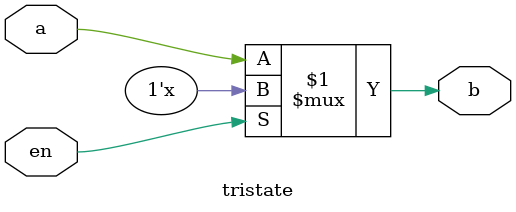
<source format=v>
module ReadDecoder_4_16(
input [3:0] RegId, 
output [15:0] Wordline);

dc4to16 dcR(.RegId(RegId), .en(1), .Wordline(Wordline));
endmodule


module WriteDecoder_4_16(
input [3:0] RegId, 
input WriteReg, 
output [15:0] Wordline);

dc4to16 dcW(.RegId(RegId), .en(WriteReg), .Wordline(Wordline));
endmodule

//each BitCell instantiates 1 D flip-flop
module BitCell( 
input clk,  
input rst, 
input D, 
input WriteEnable, 
input ReadEnable1, 
input ReadEnable2, 
inout Bitline1, 
inout Bitline2);
wire dout;

dff d(.q(dout), .d(D), .wen(WriteEnable), .clk(clk), .rst(rst));
tristate t1(.a(dout), .en(ReadEnable1), .b(Bitline1));
tristate t2(.a(dout), .en(ReadEnable2), .b(Bitline2));
endmodule

//each Register instanstiates 16 BitCells
module Register( 
input clk,  
input rst, 
input [15:0] D, 
input WriteReg, 
input ReadEnable1, 
input ReadEnable2, 
inout [15:0] Bitline1, 
inout [15:0] Bitline2);

BitCell B15(.clk(clk), .rst(rst), .D(D[15]), .WriteEnable(WriteReg), .ReadEnable1(ReadEnable1), .ReadEnable2(ReadEnable2), .Bitline1(Bitline1[15]), .Bitline2(Bitline2[15]));
BitCell B14(.clk(clk), .rst(rst), .D(D[14]), .WriteEnable(WriteReg), .ReadEnable1(ReadEnable1), .ReadEnable2(ReadEnable2), .Bitline1(Bitline1[14]), .Bitline2(Bitline2[14]));
BitCell B13(.clk(clk), .rst(rst), .D(D[13]), .WriteEnable(WriteReg), .ReadEnable1(ReadEnable1), .ReadEnable2(ReadEnable2), .Bitline1(Bitline1[13]), .Bitline2(Bitline2[13]));
BitCell B12(.clk(clk), .rst(rst), .D(D[12]), .WriteEnable(WriteReg), .ReadEnable1(ReadEnable1), .ReadEnable2(ReadEnable2), .Bitline1(Bitline1[12]), .Bitline2(Bitline2[12]));
BitCell B11(.clk(clk), .rst(rst), .D(D[11]), .WriteEnable(WriteReg), .ReadEnable1(ReadEnable1), .ReadEnable2(ReadEnable2), .Bitline1(Bitline1[11]), .Bitline2(Bitline2[11]));
BitCell B10(.clk(clk), .rst(rst), .D(D[10]), .WriteEnable(WriteReg), .ReadEnable1(ReadEnable1), .ReadEnable2(ReadEnable2), .Bitline1(Bitline1[10]), .Bitline2(Bitline2[10]));
BitCell B9(.clk(clk), .rst(rst), .D(D[9]), .WriteEnable(WriteReg), .ReadEnable1(ReadEnable1), .ReadEnable2(ReadEnable2), .Bitline1(Bitline1[9]), .Bitline2(Bitline2[9]));
BitCell B8(.clk(clk), .rst(rst), .D(D[8]), .WriteEnable(WriteReg), .ReadEnable1(ReadEnable1), .ReadEnable2(ReadEnable2), .Bitline1(Bitline1[8]), .Bitline2(Bitline2[8]));
BitCell B7(.clk(clk), .rst(rst), .D(D[7]), .WriteEnable(WriteReg), .ReadEnable1(ReadEnable1), .ReadEnable2(ReadEnable2), .Bitline1(Bitline1[7]), .Bitline2(Bitline2[7]));
BitCell B6(.clk(clk), .rst(rst), .D(D[6]), .WriteEnable(WriteReg), .ReadEnable1(ReadEnable1), .ReadEnable2(ReadEnable2), .Bitline1(Bitline1[6]), .Bitline2(Bitline2[6]));
BitCell B5(.clk(clk), .rst(rst), .D(D[5]), .WriteEnable(WriteReg), .ReadEnable1(ReadEnable1), .ReadEnable2(ReadEnable2), .Bitline1(Bitline1[5]), .Bitline2(Bitline2[5]));
BitCell B4(.clk(clk), .rst(rst), .D(D[4]), .WriteEnable(WriteReg), .ReadEnable1(ReadEnable1), .ReadEnable2(ReadEnable2), .Bitline1(Bitline1[4]), .Bitline2(Bitline2[4]));
BitCell B3(.clk(clk), .rst(rst), .D(D[3]), .WriteEnable(WriteReg), .ReadEnable1(ReadEnable1), .ReadEnable2(ReadEnable2), .Bitline1(Bitline1[3]), .Bitline2(Bitline2[3]));
BitCell B2(.clk(clk), .rst(rst), .D(D[2]), .WriteEnable(WriteReg), .ReadEnable1(ReadEnable1), .ReadEnable2(ReadEnable2), .Bitline1(Bitline1[2]), .Bitline2(Bitline2[2]));
BitCell B1(.clk(clk), .rst(rst), .D(D[1]), .WriteEnable(WriteReg), .ReadEnable1(ReadEnable1), .ReadEnable2(ReadEnable2), .Bitline1(Bitline1[1]), .Bitline2(Bitline2[1]));
BitCell B0(.clk(clk), .rst(rst), .D(D[0]), .WriteEnable(WriteReg), .ReadEnable1(ReadEnable1), .ReadEnable2(ReadEnable2), .Bitline1(Bitline1[0]), .Bitline2(Bitline2[0]));
endmodule

//RegisterFile instantiates 16 Registers
module RegisterFile(
input clk, 
input rst, 
input [3:0] SrcReg1, 
input [3:0] SrcReg2, 
input [3:0] DstReg, 
input WriteReg, 
input [15:0] DstData, 
inout [15:0] SrcData1, 
inout [15:0] SrcData2);

wire [15:0] SrcReg1RD1, SrcReg2RD2, DstRegWD1, bitline1, bitline2;

assign SrcData1 = ((DstReg == SrcReg1) & WriteReg) ? DstData : bitline1;
assign SrcData2 = ((DstReg == SrcReg2) & WriteReg) ? DstData : bitline2;

ReadDecoder_4_16 RD1(.RegId(SrcReg1), .Wordline(SrcReg1RD1));
ReadDecoder_4_16 RD2(.RegId(SrcReg2), .Wordline(SrcReg2RD2));
WriteDecoder_4_16 WD1(.RegId(DstReg), .WriteReg(WriteReg), .Wordline(DstRegWD1));

Register R15(.clk(clk), .rst(rst), .D(DstData), .WriteReg(DstRegWD1[15]), .ReadEnable1(SrcReg1RD1[15]), .ReadEnable2(SrcReg2RD2[15]), .Bitline1(bitline1), .Bitline2(bitline2));
Register R14(.clk(clk), .rst(rst), .D(DstData), .WriteReg(DstRegWD1[14]), .ReadEnable1(SrcReg1RD1[14]), .ReadEnable2(SrcReg2RD2[14]), .Bitline1(bitline1), .Bitline2(bitline2));
Register R13(.clk(clk), .rst(rst), .D(DstData), .WriteReg(DstRegWD1[13]), .ReadEnable1(SrcReg1RD1[13]), .ReadEnable2(SrcReg2RD2[13]), .Bitline1(bitline1), .Bitline2(bitline2));
Register R12(.clk(clk), .rst(rst), .D(DstData), .WriteReg(DstRegWD1[12]), .ReadEnable1(SrcReg1RD1[12]), .ReadEnable2(SrcReg2RD2[12]), .Bitline1(bitline1), .Bitline2(bitline2));
Register R11(.clk(clk), .rst(rst), .D(DstData), .WriteReg(DstRegWD1[11]), .ReadEnable1(SrcReg1RD1[11]), .ReadEnable2(SrcReg2RD2[11]), .Bitline1(bitline1), .Bitline2(bitline2));
Register R10(.clk(clk), .rst(rst), .D(DstData), .WriteReg(DstRegWD1[10]), .ReadEnable1(SrcReg1RD1[10]), .ReadEnable2(SrcReg2RD2[10]), .Bitline1(bitline1), .Bitline2(bitline2));
Register R9(.clk(clk), .rst(rst), .D(DstData), .WriteReg(DstRegWD1[9]), .ReadEnable1(SrcReg1RD1[9]), .ReadEnable2(SrcReg2RD2[9]), .Bitline1(bitline1), .Bitline2(bitline2));
Register R8(.clk(clk), .rst(rst), .D(DstData), .WriteReg(DstRegWD1[8]), .ReadEnable1(SrcReg1RD1[8]), .ReadEnable2(SrcReg2RD2[8]), .Bitline1(bitline1), .Bitline2(bitline2));
Register R7(.clk(clk), .rst(rst), .D(DstData), .WriteReg(DstRegWD1[7]), .ReadEnable1(SrcReg1RD1[7]), .ReadEnable2(SrcReg2RD2[7]), .Bitline1(bitline1), .Bitline2(bitline2));
Register R6(.clk(clk), .rst(rst), .D(DstData), .WriteReg(DstRegWD1[6]), .ReadEnable1(SrcReg1RD1[6]), .ReadEnable2(SrcReg2RD2[6]), .Bitline1(bitline1), .Bitline2(bitline2));
Register R5(.clk(clk), .rst(rst), .D(DstData), .WriteReg(DstRegWD1[5]), .ReadEnable1(SrcReg1RD1[5]), .ReadEnable2(SrcReg2RD2[5]), .Bitline1(bitline1), .Bitline2(bitline2));
Register R4(.clk(clk), .rst(rst), .D(DstData), .WriteReg(DstRegWD1[4]), .ReadEnable1(SrcReg1RD1[4]), .ReadEnable2(SrcReg2RD2[4]), .Bitline1(bitline1), .Bitline2(bitline2));
Register R3(.clk(clk), .rst(rst), .D(DstData), .WriteReg(DstRegWD1[3]), .ReadEnable1(SrcReg1RD1[3]), .ReadEnable2(SrcReg2RD2[3]), .Bitline1(bitline1), .Bitline2(bitline2));
Register R2(.clk(clk), .rst(rst), .D(DstData), .WriteReg(DstRegWD1[2]), .ReadEnable1(SrcReg1RD1[2]), .ReadEnable2(SrcReg2RD2[2]), .Bitline1(bitline1), .Bitline2(bitline2));
Register R1(.clk(clk), .rst(rst), .D(DstData), .WriteReg(DstRegWD1[1]), .ReadEnable1(SrcReg1RD1[1]), .ReadEnable2(SrcReg2RD2[1]), .Bitline1(bitline1), .Bitline2(bitline2));
Register R0(.clk(clk), .rst(rst), .D(0), .WriteReg(DstRegWD1[0]), .ReadEnable1(SrcReg1RD1[0]), .ReadEnable2(SrcReg2RD2[0]), .Bitline1(0), .Bitline2(0));
endmodule


//decoder module, works for both read and write
module dc4to16(
input [3:0] RegId,
input en, 
output [15:0] Wordline);

assign Wordline[15] = RegId[3] & RegId[2] & RegId[1] & RegId[0]; 
assign Wordline[14] = RegId[3] & RegId[2] & RegId[1] & ~RegId[0]; 
assign Wordline[13] = RegId[3] & RegId[2] & ~RegId[1] & RegId[0]; 
assign Wordline[12] = RegId[3] & RegId[2] & ~RegId[1] & ~RegId[0]; 
assign Wordline[11] = RegId[3] & ~RegId[2] & RegId[1] & RegId[0]; 
assign Wordline[10] = RegId[3] & ~RegId[2] & RegId[1] & ~RegId[0]; 
assign Wordline[9] = RegId[3] & ~RegId[2] & ~RegId[1] & RegId[0];
assign Wordline[8] = RegId[3] & ~RegId[2] & ~RegId[1] & ~RegId[0];
assign Wordline[7] = ~RegId[3] & RegId[2] & RegId[1] & RegId[0];
assign Wordline[6] = ~RegId[3] & RegId[2] & RegId[1] & ~RegId[0];
assign Wordline[5] = ~RegId[3] & RegId[2] & ~RegId[1] & RegId[0];
assign Wordline[4] = ~RegId[3] & RegId[2] & ~RegId[1] & ~RegId[0];
assign Wordline[3] = ~RegId[3] & ~RegId[2] & RegId[1] & RegId[0];
assign Wordline[2] = ~RegId[3] & ~RegId[2] & RegId[1] & ~RegId[0];
assign Wordline[1] = ~RegId[3] & ~RegId[2] & ~RegId[1] & RegId[0];
assign Wordline[0] = ~RegId[3] & ~RegId[2] & ~RegId[1] & ~RegId[0];

assign Wordline[15:0] = (en)? Wordline[15:0] : 16'b0;
endmodule

//tristate buffer, active-low
module tristate(
input a,
input en,
output b);

assign b = (en)? 1'bz : a;
endmodule

</source>
